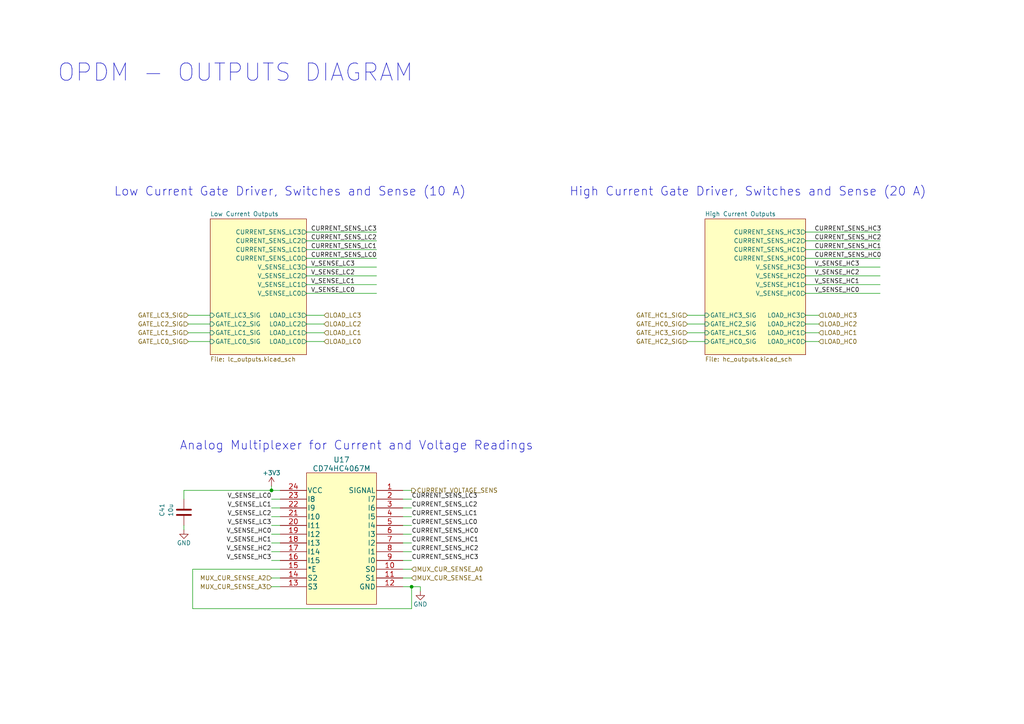
<source format=kicad_sch>
(kicad_sch (version 20211123) (generator eeschema)
  (paper "A4")
  (title_block (date "2023-05-23") (rev "Rev0.1") (company "Breno Niehues dos Santos"))
  (lib_symbols
    (symbol "2022-11-24_03-33-34:CD74HC4067M" (pin_names (offset 0.254))
      (property "Value" "CD74HC4067M" (at -17.78 6.35 0))
      (symbol "CD74HC4067M_0_1"
        (rectangle (start 7.62 5.08) (end 27.94 -33.02) (fill (type background)))
      )
      (symbol "CD74HC4067M_1_1"
        (pin bidirectional line (at 0 0 0) (length 7.62) (name "SIGNAL") (number "1"))
        (pin output line (at 0 -22.86 0) (length 7.62) (name "S0") (number "10"))
        (pin output line (at 0 -25.4 0) (length 7.62) (name "S1") (number "11"))
        (pin power_in line (at 0 -27.94 0) (length 7.62) (name "GND") (number "12"))
        (pin output line (at 35.56 -27.94 180) (length 7.62) (name "S3") (number "13"))
        (pin output line (at 35.56 -25.4 180) (length 7.62) (name "S2") (number "14"))
        (pin input line (at 35.56 -22.86 180) (length 7.62) (name "*E") (number "15"))
        (pin input line (at 35.56 -20.32 180) (length 7.62) (name "I15") (number "16"))
        (pin input line (at 35.56 -17.78 180) (length 7.62) (name "I14") (number "17"))
        (pin input line (at 35.56 -15.24 180) (length 7.62) (name "I13") (number "18"))
        (pin input line (at 35.56 -12.7 180) (length 7.62) (name "I12") (number "19"))
        (pin input line (at 0 -2.54 0) (length 7.62) (name "I7") (number "2"))
        (pin input line (at 35.56 -10.16 180) (length 7.62) (name "I11") (number "20"))
        (pin input line (at 35.56 -7.62 180) (length 7.62) (name "I10") (number "21"))
        (pin input line (at 35.56 -5.08 180) (length 7.62) (name "I9") (number "22"))
        (pin input line (at 35.56 -2.54 180) (length 7.62) (name "I8") (number "23"))
        (pin power_in line (at 35.56 0 180) (length 7.62) (name "VCC") (number "24"))
        (pin input line (at 0 -5.08 0) (length 7.62) (name "I6") (number "3"))
        (pin input line (at 0 -7.62 0) (length 7.62) (name "I5") (number "4"))
        (pin input line (at 0 -10.16 0) (length 7.62) (name "I4") (number "5"))
        (pin input line (at 0 -12.7 0) (length 7.62) (name "I3") (number "6"))
        (pin input line (at 0 -15.24 0) (length 7.62) (name "I2") (number "7"))
        (pin input line (at 0 -17.78 0) (length 7.62) (name "I1") (number "8"))
        (pin input line (at 0 -20.32 0) (length 7.62) (name "I0") (number "9"))
      )
    )
    (symbol "Device:C" (pin_numbers hide) (pin_names (offset 0.254))
      (property "Reference" "C" (at 0.635 2.54 0))
      (property "Value" "C" (at 0.635 -2.54 0))
      (symbol "C_0_1"
        (polyline (pts (xy -2.032 -0.762) (xy 2.032 -0.762)) (stroke (width 0.508)))
        (polyline (pts (xy -2.032 0.762) (xy 2.032 0.762)) (stroke (width 0.508)))
      )
      (symbol "C_1_1"
        (pin passive line (at 0 3.81 270) (length 2.794) (name "~") (number "1"))
        (pin passive line (at 0 -3.81 90) (length 2.794) (name "~") (number "2"))
      )
    )
    (symbol "power:+3.3V" (power) (pin_names (offset 0))
      (property "Value" "+3.3V" (at 0 3.556 0))
      (symbol "+3.3V_0_1"
        (polyline (pts (xy -0.762 1.27) (xy 0 2.54)))
        (polyline (pts (xy 0 0) (xy 0 2.54)))
        (polyline (pts (xy 0 2.54) (xy 0.762 1.27)))
      )
      (symbol "+3.3V_1_1"
        (pin power_in line (at 0 0 90) (length 0) hide (name "+3V3") (number "1"))
      )
    )
    (symbol "power:GND" (power) (pin_names (offset 0))
      (property "Value" "GND" (at 0 -3.81 0))
      (symbol "GND_0_1"
        (polyline (pts (xy 0 0) (xy 0 -1.27) (xy 1.27 -1.27) (xy 0 -2.54) (xy -1.27 -1.27) (xy 0 -1.27)))
      )
      (symbol "GND_1_1"
        (pin power_in line (at 0 0 270) (length 0) hide (name "GND") (number "1"))
      )
    )
  )
  (junction (at 119.38 170.18))
  (junction (at 78.74 142.24))
  (wire (pts (xy 233.68 82.55) (xy 255.27 82.55)))
  (wire (pts (xy 88.9 82.55) (xy 109.22 82.55)))
  (wire (pts (xy 78.74 140.97) (xy 78.74 142.24)))
  (wire (pts (xy 119.38 167.64) (xy 116.84 167.64)))
  (wire (pts (xy 233.68 77.47) (xy 255.27 77.47)))
  (wire (pts (xy 88.9 85.09) (xy 109.22 85.09)))
  (wire (pts (xy 78.74 162.56) (xy 81.28 162.56)))
  (wire (pts (xy 53.34 142.24) (xy 78.74 142.24)))
  (wire (pts (xy 119.38 157.48) (xy 116.84 157.48)))
  (wire (pts (xy 88.9 80.01) (xy 109.22 80.01)))
  (wire (pts (xy 78.74 167.64) (xy 81.28 167.64)))
  (wire (pts (xy 119.38 176.53) (xy 119.38 170.18)))
  (wire (pts (xy 233.68 67.31) (xy 255.27 67.31)))
  (wire (pts (xy 78.74 149.86) (xy 81.28 149.86)))
  (wire (pts (xy 88.9 74.93) (xy 109.22 74.93)))
  (wire (pts (xy 233.68 99.06) (xy 237.49 99.06)))
  (wire (pts (xy 199.39 99.06) (xy 204.47 99.06)))
  (wire (pts (xy 88.9 72.39) (xy 109.22 72.39)))
  (wire (pts (xy 199.39 96.52) (xy 204.47 96.52)))
  (wire (pts (xy 119.38 147.32) (xy 116.84 147.32)))
  (wire (pts (xy 88.9 91.44) (xy 93.98 91.44)))
  (wire (pts (xy 233.68 91.44) (xy 237.49 91.44)))
  (wire (pts (xy 233.68 74.93) (xy 255.27 74.93)))
  (wire (pts (xy 88.9 69.85) (xy 109.22 69.85)))
  (wire (pts (xy 81.28 165.1) (xy 55.88 165.1)))
  (wire (pts (xy 53.34 152.4) (xy 53.34 153.67)))
  (wire (pts (xy 53.34 142.24) (xy 53.34 144.78)))
  (wire (pts (xy 233.68 80.01) (xy 255.27 80.01)))
  (wire (pts (xy 78.74 147.32) (xy 81.28 147.32)))
  (wire (pts (xy 116.84 142.24) (xy 119.38 142.24)))
  (wire (pts (xy 81.28 142.24) (xy 78.74 142.24)))
  (wire (pts (xy 78.74 157.48) (xy 81.28 157.48)))
  (wire (pts (xy 116.84 162.56) (xy 119.38 162.56)))
  (wire (pts (xy 55.88 176.53) (xy 119.38 176.53)))
  (wire (pts (xy 119.38 170.18) (xy 116.84 170.18)))
  (wire (pts (xy 78.74 154.94) (xy 81.28 154.94)))
  (wire (pts (xy 88.9 93.98) (xy 93.98 93.98)))
  (wire (pts (xy 55.88 165.1) (xy 55.88 176.53)))
  (wire (pts (xy 116.84 165.1) (xy 119.38 165.1)))
  (wire (pts (xy 233.68 93.98) (xy 237.49 93.98)))
  (wire (pts (xy 54.61 91.44) (xy 60.96 91.44)))
  (wire (pts (xy 78.74 170.18) (xy 81.28 170.18)))
  (wire (pts (xy 119.38 144.78) (xy 116.84 144.78)))
  (wire (pts (xy 119.38 170.18) (xy 121.92 170.18)))
  (wire (pts (xy 119.38 149.86) (xy 116.84 149.86)))
  (wire (pts (xy 121.92 170.18) (xy 121.92 171.45)))
  (wire (pts (xy 199.39 91.44) (xy 204.47 91.44)))
  (wire (pts (xy 88.9 96.52) (xy 93.98 96.52)))
  (wire (pts (xy 88.9 67.31) (xy 109.22 67.31)))
  (wire (pts (xy 119.38 154.94) (xy 116.84 154.94)))
  (wire (pts (xy 233.68 72.39) (xy 255.27 72.39)))
  (wire (pts (xy 54.61 96.52) (xy 60.96 96.52)))
  (wire (pts (xy 88.9 99.06) (xy 93.98 99.06)))
  (wire (pts (xy 233.68 85.09) (xy 255.27 85.09)))
  (wire (pts (xy 78.74 152.4) (xy 81.28 152.4)))
  (wire (pts (xy 233.68 96.52) (xy 237.49 96.52)))
  (wire (pts (xy 233.68 69.85) (xy 255.27 69.85)))
  (wire (pts (xy 78.74 160.02) (xy 81.28 160.02)))
  (wire (pts (xy 199.39 93.98) (xy 204.47 93.98)))
  (wire (pts (xy 88.9 77.47) (xy 109.22 77.47)))
  (wire (pts (xy 54.61 93.98) (xy 60.96 93.98)))
  (wire (pts (xy 119.38 152.4) (xy 116.84 152.4)))
  (wire (pts (xy 116.84 160.02) (xy 119.38 160.02)))
  (wire (pts (xy 78.74 144.78) (xy 81.28 144.78)))
  (wire (pts (xy 54.61 99.06) (xy 60.96 99.06)))
  (text "Analog Multiplexer for Current and Voltage Readings" (at 52.07 130.81 0) (effects (font (size 2.54 2.54)) (justify left bottom)))
  (text "Low Current Gate Driver, Switches and Sense (10 A)" (at 33.02 57.15 0) (effects (font (size 2.54 2.54)) (justify left bottom)))
  (text "OPDM - OUTPUTS DIAGRAM" (at 16.51 24.13 0) (effects (font (size 5 5)) (justify left bottom)))
  (text "High Current Gate Driver, Switches and Sense (20 A)" (at 165.1 57.15 0) (effects (font (size 2.54 2.54)) (justify left bottom)))
  (label "V_SENSE_HC3" (at 236.22 77.47 0))
  (label "V_SENSE_LC1" (at 90.17 82.55 0))
  (label "V_SENSE_LC3" (at 78.74 152.4 180))
  (label "CURRENT_SENS_HC1" (at 119.38 157.48 0))
  (label "V_SENSE_HC1" (at 236.22 82.55 0))
  (label "CURRENT_SENS_HC0" (at 236.22 74.93 0))
  (label "V_SENSE_LC3" (at 90.17 77.47 0))
  (label "V_SENSE_LC0" (at 90.17 85.09 0))
  (label "V_SENSE_HC3" (at 78.74 162.56 180))
  (label "V_SENSE_HC0" (at 236.22 85.09 0))
  (label "CURRENT_SENS_LC1" (at 90.17 72.39 0))
  (label "CURRENT_SENS_LC3" (at 119.38 144.78 0))
  (label "CURRENT_SENS_HC3" (at 119.38 162.56 0))
  (label "CURRENT_SENS_LC0" (at 90.17 74.93 0))
  (label "CURRENT_SENS_LC1" (at 119.38 149.86 0))
  (label "CURRENT_SENS_HC1" (at 236.22 72.39 0))
  (label "V_SENSE_HC0" (at 78.74 154.94 180))
  (label "CURRENT_SENS_HC0" (at 119.38 154.94 0))
  (label "CURRENT_SENS_LC0" (at 119.38 152.4 0))
  (label "CURRENT_SENS_LC2" (at 119.38 147.32 0))
  (label "CURRENT_SENS_HC2" (at 119.38 160.02 0))
  (label "V_SENSE_LC2" (at 90.17 80.01 0))
  (label "V_SENSE_LC2" (at 78.74 149.86 180))
  (label "CURRENT_SENS_HC3" (at 236.22 67.31 0))
  (label "CURRENT_SENS_LC2" (at 90.17 69.85 0))
  (label "V_SENSE_LC0" (at 78.74 144.78 180))
  (label "V_SENSE_HC2" (at 236.22 80.01 0))
  (label "CURRENT_SENS_LC3" (at 90.17 67.31 0))
  (label "V_SENSE_HC2" (at 78.74 160.02 180))
  (label "V_SENSE_HC1" (at 78.74 157.48 180))
  (label "V_SENSE_LC1" (at 78.74 147.32 180))
  (label "CURRENT_SENS_HC2" (at 236.22 69.85 0))
  (hierarchical_label "GATE_HC1_SIG" (shape input) (at 199.39 91.44 180))
  (hierarchical_label "LOAD_LC3" (shape input) (at 93.98 91.44 0))
  (hierarchical_label "GATE_LC3_SIG" (shape input) (at 54.61 91.44 180))
  (hierarchical_label "LOAD_HC3" (shape input) (at 237.49 91.44 0))
  (hierarchical_label "LOAD_LC1" (shape input) (at 93.98 96.52 0))
  (hierarchical_label "GATE_HC3_SIG" (shape input) (at 199.39 96.52 180))
  (hierarchical_label "GATE_HC0_SIG" (shape input) (at 199.39 93.98 180))
  (hierarchical_label "MUX_CUR_SENSE_A1" (shape input) (at 119.38 167.64 0))
  (hierarchical_label "LOAD_HC1" (shape input) (at 237.49 96.52 0))
  (hierarchical_label "LOAD_HC0" (shape input) (at 237.49 99.06 0))
  (hierarchical_label "GATE_LC0_SIG" (shape input) (at 54.61 99.06 180))
  (hierarchical_label "MUX_CUR_SENSE_A3" (shape input) (at 78.74 170.18 180))
  (hierarchical_label "GATE_LC2_SIG" (shape input) (at 54.61 93.98 180))
  (hierarchical_label "LOAD_LC0" (shape input) (at 93.98 99.06 0))
  (hierarchical_label "LOAD_LC2" (shape input) (at 93.98 93.98 0))
  (hierarchical_label "GATE_HC2_SIG" (shape input) (at 199.39 99.06 180))
  (hierarchical_label "GATE_LC1_SIG" (shape input) (at 54.61 96.52 180))
  (hierarchical_label "LOAD_HC2" (shape input) (at 237.49 93.98 0))
  (hierarchical_label "MUX_CUR_SENSE_A2" (shape input) (at 78.74 167.64 180))
  (hierarchical_label "CURRENT_VOLTAGE_SENS" (shape output) (at 119.38 142.24 0))
  (hierarchical_label "MUX_CUR_SENSE_A0" (shape input) (at 119.38 165.1 0))
  (symbol (lib_id "power:GND") (at 121.92 171.45 0) (unit 1)
    (property "Reference" "#PWR0180" (effects hide))
    (property "Value" "GND" (at 121.92 175.26 0))
  )
  (symbol (lib_id "power:GND") (at 53.34 153.67 0) (mirror y) (unit 1)
    (property "Reference" "#PWR0179" (effects hide))
    (property "Value" "GND" (at 53.34 157.48 0))
  )
  (symbol (lib_id "2022-11-24_03-33-34:CD74HC4067M") (at 116.84 142.24 0) (mirror y) (unit 1)
    (property "Reference" "U17" (at 99.06 133.35 0) (effects (font (size 1.524 1.524))))
    (property "Value" "CD74HC4067M" (at 99.06 135.89 0) (effects (font (size 1.524 1.524))))
    (property "Footprint" "Package_SO:SOIC-24W_7.5x15.4mm_P1.27mm" (effects hide))
  )
  (symbol (lib_id "Device:C") (at 53.34 148.59 0) (mirror y) (unit 1)
    (property "Reference" "C41" (at 46.99 149.86 90) (effects (justify left)))
    (property "Value" "10u" (at 49.53 149.86 90) (effects (justify left)))
    (property "Footprint" "Capacitor_SMD:C_0805_2012Metric_Pad1.18x1.45mm_HandSolder" (effects hide))
  )
  (symbol (lib_id "power:+3.3V") (at 78.74 140.97 0) (unit 1)
    (property "Reference" "#PWR0178" (effects hide))
    (property "Value" "+3.3V" (at 78.74 137.16 0))
  )
  (sheet (at 60.96 63.5) (size 27.94 39.37) (stroke (width 0.1524)) (fill (color 255 255 194 1.0000))
    (property "Sheet name" "Low Current Outputs" (at 60.96 62.7884 0) (effects (justify left bottom)))
    (property "Sheet file" "lc_outputs.kicad_sch" (at 60.96 103.4546 0) (effects (justify left top)))
    (pin "CURRENT_SENS_LC2" output (at 88.9 69.85 0))
    (pin "LOAD_LC1" output (at 88.9 96.52 0))
    (pin "CURRENT_SENS_LC1" output (at 88.9 72.39 0))
    (pin "V_SENSE_LC1" output (at 88.9 82.55 0))
    (pin "LOAD_LC2" output (at 88.9 93.98 0))
    (pin "V_SENSE_LC2" output (at 88.9 80.01 0))
    (pin "CURRENT_SENS_LC0" output (at 88.9 74.93 0))
    (pin "CURRENT_SENS_LC3" output (at 88.9 67.31 0))
    (pin "LOAD_LC3" output (at 88.9 91.44 0))
    (pin "V_SENSE_LC3" output (at 88.9 77.47 0))
    (pin "V_SENSE_LC0" output (at 88.9 85.09 0))
    (pin "LOAD_LC0" output (at 88.9 99.06 0))
    (pin "GATE_LC3_SIG" input (at 60.96 91.44 180))
    (pin "GATE_LC2_SIG" input (at 60.96 93.98 180))
    (pin "GATE_LC0_SIG" input (at 60.96 99.06 180))
    (pin "GATE_LC1_SIG" input (at 60.96 96.52 180))
  )
  (sheet (at 204.47 63.5) (size 29.21 39.37) (stroke (width 0.1524)) (fill (color 255 255 194 1.0000))
    (property "Sheet name" "High Current Outputs" (at 204.47 62.7884 0) (effects (justify left bottom)))
    (property "Sheet file" "hc_outputs.kicad_sch" (at 204.47 103.4546 0) (effects (justify left top)))
    (pin "V_SENSE_HC1" output (at 233.68 82.55 0))
    (pin "CURRENT_SENS_HC0" output (at 233.68 74.93 0))
    (pin "LOAD_HC1" output (at 233.68 96.52 0))
    (pin "CURRENT_SENS_HC1" output (at 233.68 72.39 0))
    (pin "LOAD_HC0" output (at 233.68 99.06 0))
    (pin "V_SENSE_HC0" output (at 233.68 85.09 0))
    (pin "CURRENT_SENS_HC3" output (at 233.68 67.31 0))
    (pin "LOAD_HC3" output (at 233.68 91.44 0))
    (pin "V_SENSE_HC3" output (at 233.68 77.47 0))
    (pin "V_SENSE_HC2" output (at 233.68 80.01 0))
    (pin "LOAD_HC2" output (at 233.68 93.98 0))
    (pin "CURRENT_SENS_HC2" output (at 233.68 69.85 0))
    (pin "GATE_HC0_SIG" input (at 204.47 99.06 180))
    (pin "GATE_HC2_SIG" input (at 204.47 93.98 180))
    (pin "GATE_HC1_SIG" input (at 204.47 96.52 180))
    (pin "GATE_HC3_SIG" input (at 204.47 91.44 180))
  )
)
</source>
